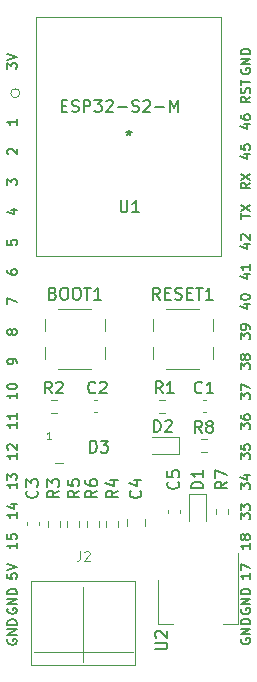
<source format=gbr>
%TF.GenerationSoftware,KiCad,Pcbnew,6.0.4*%
%TF.CreationDate,2022-04-14T12:40:58+02:00*%
%TF.ProjectId,esp32-s2-mini-1,65737033-322d-4733-922d-6d696e692d31,rev?*%
%TF.SameCoordinates,Original*%
%TF.FileFunction,Legend,Top*%
%TF.FilePolarity,Positive*%
%FSLAX46Y46*%
G04 Gerber Fmt 4.6, Leading zero omitted, Abs format (unit mm)*
G04 Created by KiCad (PCBNEW 6.0.4) date 2022-04-14 12:40:58*
%MOMM*%
%LPD*%
G01*
G04 APERTURE LIST*
%ADD10C,0.150000*%
%ADD11C,0.100000*%
%ADD12C,0.120000*%
%ADD13C,0.020000*%
G04 APERTURE END LIST*
D10*
X160636000Y-133959523D02*
X160597904Y-134035714D01*
X160597904Y-134150000D01*
X160636000Y-134264285D01*
X160712190Y-134340476D01*
X160788380Y-134378571D01*
X160940761Y-134416666D01*
X161055047Y-134416666D01*
X161207428Y-134378571D01*
X161283619Y-134340476D01*
X161359809Y-134264285D01*
X161397904Y-134150000D01*
X161397904Y-134073809D01*
X161359809Y-133959523D01*
X161321714Y-133921428D01*
X161055047Y-133921428D01*
X161055047Y-134073809D01*
X161397904Y-133578571D02*
X160597904Y-133578571D01*
X161397904Y-133121428D01*
X160597904Y-133121428D01*
X161397904Y-132740476D02*
X160597904Y-132740476D01*
X160597904Y-132550000D01*
X160636000Y-132435714D01*
X160712190Y-132359523D01*
X160788380Y-132321428D01*
X160940761Y-132283333D01*
X161055047Y-132283333D01*
X161207428Y-132321428D01*
X161283619Y-132359523D01*
X161359809Y-132435714D01*
X161397904Y-132550000D01*
X161397904Y-132740476D01*
X160597904Y-121297619D02*
X160597904Y-120802380D01*
X160902666Y-121069047D01*
X160902666Y-120954761D01*
X160940761Y-120878571D01*
X160978857Y-120840476D01*
X161055047Y-120802380D01*
X161245523Y-120802380D01*
X161321714Y-120840476D01*
X161359809Y-120878571D01*
X161397904Y-120954761D01*
X161397904Y-121183333D01*
X161359809Y-121259523D01*
X161321714Y-121297619D01*
X160864571Y-120116666D02*
X161397904Y-120116666D01*
X160559809Y-120307142D02*
X161131238Y-120497619D01*
X161131238Y-120002380D01*
X140861904Y-100209523D02*
X140861904Y-100590476D01*
X141242857Y-100628571D01*
X141204761Y-100590476D01*
X141166666Y-100514285D01*
X141166666Y-100323809D01*
X141204761Y-100247619D01*
X141242857Y-100209523D01*
X141319047Y-100171428D01*
X141509523Y-100171428D01*
X141585714Y-100209523D01*
X141623809Y-100247619D01*
X141661904Y-100323809D01*
X141661904Y-100514285D01*
X141623809Y-100590476D01*
X141585714Y-100628571D01*
X160597904Y-116217619D02*
X160597904Y-115722380D01*
X160902666Y-115989047D01*
X160902666Y-115874761D01*
X160940761Y-115798571D01*
X160978857Y-115760476D01*
X161055047Y-115722380D01*
X161245523Y-115722380D01*
X161321714Y-115760476D01*
X161359809Y-115798571D01*
X161397904Y-115874761D01*
X161397904Y-116103333D01*
X161359809Y-116179523D01*
X161321714Y-116217619D01*
X160597904Y-115036666D02*
X160597904Y-115189047D01*
X160636000Y-115265238D01*
X160674095Y-115303333D01*
X160788380Y-115379523D01*
X160940761Y-115417619D01*
X161245523Y-115417619D01*
X161321714Y-115379523D01*
X161359809Y-115341428D01*
X161397904Y-115265238D01*
X161397904Y-115112857D01*
X161359809Y-115036666D01*
X161321714Y-114998571D01*
X161245523Y-114960476D01*
X161055047Y-114960476D01*
X160978857Y-114998571D01*
X160940761Y-115036666D01*
X160902666Y-115112857D01*
X160902666Y-115265238D01*
X160940761Y-115341428D01*
X160978857Y-115379523D01*
X161055047Y-115417619D01*
X141204761Y-108076190D02*
X141166666Y-108152380D01*
X141128571Y-108190476D01*
X141052380Y-108228571D01*
X141014285Y-108228571D01*
X140938095Y-108190476D01*
X140900000Y-108152380D01*
X140861904Y-108076190D01*
X140861904Y-107923809D01*
X140900000Y-107847619D01*
X140938095Y-107809523D01*
X141014285Y-107771428D01*
X141052380Y-107771428D01*
X141128571Y-107809523D01*
X141166666Y-107847619D01*
X141204761Y-107923809D01*
X141204761Y-108076190D01*
X141242857Y-108152380D01*
X141280952Y-108190476D01*
X141357142Y-108228571D01*
X141509523Y-108228571D01*
X141585714Y-108190476D01*
X141623809Y-108152380D01*
X141661904Y-108076190D01*
X141661904Y-107923809D01*
X141623809Y-107847619D01*
X141585714Y-107809523D01*
X141509523Y-107771428D01*
X141357142Y-107771428D01*
X141280952Y-107809523D01*
X141242857Y-107847619D01*
X141204761Y-107923809D01*
X161397904Y-88068095D02*
X161016952Y-88334761D01*
X161397904Y-88525238D02*
X160597904Y-88525238D01*
X160597904Y-88220476D01*
X160636000Y-88144285D01*
X160674095Y-88106190D01*
X160750285Y-88068095D01*
X160864571Y-88068095D01*
X160940761Y-88106190D01*
X160978857Y-88144285D01*
X161016952Y-88220476D01*
X161016952Y-88525238D01*
X161359809Y-87763333D02*
X161397904Y-87649047D01*
X161397904Y-87458571D01*
X161359809Y-87382380D01*
X161321714Y-87344285D01*
X161245523Y-87306190D01*
X161169333Y-87306190D01*
X161093142Y-87344285D01*
X161055047Y-87382380D01*
X161016952Y-87458571D01*
X160978857Y-87610952D01*
X160940761Y-87687142D01*
X160902666Y-87725238D01*
X160826476Y-87763333D01*
X160750285Y-87763333D01*
X160674095Y-87725238D01*
X160636000Y-87687142D01*
X160597904Y-87610952D01*
X160597904Y-87420476D01*
X160636000Y-87306190D01*
X160597904Y-87077619D02*
X160597904Y-86620476D01*
X161397904Y-86849047D02*
X160597904Y-86849047D01*
X160864571Y-100558571D02*
X161397904Y-100558571D01*
X160559809Y-100749047D02*
X161131238Y-100939523D01*
X161131238Y-100444285D01*
X160674095Y-100177619D02*
X160636000Y-100139523D01*
X160597904Y-100063333D01*
X160597904Y-99872857D01*
X160636000Y-99796666D01*
X160674095Y-99758571D01*
X160750285Y-99720476D01*
X160826476Y-99720476D01*
X160940761Y-99758571D01*
X161397904Y-100215714D01*
X161397904Y-99720476D01*
X160597904Y-113677619D02*
X160597904Y-113182380D01*
X160902666Y-113449047D01*
X160902666Y-113334761D01*
X160940761Y-113258571D01*
X160978857Y-113220476D01*
X161055047Y-113182380D01*
X161245523Y-113182380D01*
X161321714Y-113220476D01*
X161359809Y-113258571D01*
X161397904Y-113334761D01*
X161397904Y-113563333D01*
X161359809Y-113639523D01*
X161321714Y-113677619D01*
X160597904Y-112915714D02*
X160597904Y-112382380D01*
X161397904Y-112725238D01*
X140861904Y-85699523D02*
X140861904Y-85204285D01*
X141166666Y-85470952D01*
X141166666Y-85356666D01*
X141204761Y-85280476D01*
X141242857Y-85242380D01*
X141319047Y-85204285D01*
X141509523Y-85204285D01*
X141585714Y-85242380D01*
X141623809Y-85280476D01*
X141661904Y-85356666D01*
X141661904Y-85585238D01*
X141623809Y-85661428D01*
X141585714Y-85699523D01*
X140861904Y-84975714D02*
X141661904Y-84709047D01*
X140861904Y-84442380D01*
X141661904Y-118252380D02*
X141661904Y-118709523D01*
X141661904Y-118480952D02*
X140861904Y-118480952D01*
X140976190Y-118557142D01*
X141052380Y-118633333D01*
X141090476Y-118709523D01*
X140938095Y-117947619D02*
X140900000Y-117909523D01*
X140861904Y-117833333D01*
X140861904Y-117642857D01*
X140900000Y-117566666D01*
X140938095Y-117528571D01*
X141014285Y-117490476D01*
X141090476Y-117490476D01*
X141204761Y-117528571D01*
X141661904Y-117985714D01*
X141661904Y-117490476D01*
X140938095Y-92928571D02*
X140900000Y-92890476D01*
X140861904Y-92814285D01*
X140861904Y-92623809D01*
X140900000Y-92547619D01*
X140938095Y-92509523D01*
X141014285Y-92471428D01*
X141090476Y-92471428D01*
X141204761Y-92509523D01*
X141661904Y-92966666D01*
X141661904Y-92471428D01*
X160597904Y-123837619D02*
X160597904Y-123342380D01*
X160902666Y-123609047D01*
X160902666Y-123494761D01*
X160940761Y-123418571D01*
X160978857Y-123380476D01*
X161055047Y-123342380D01*
X161245523Y-123342380D01*
X161321714Y-123380476D01*
X161359809Y-123418571D01*
X161397904Y-123494761D01*
X161397904Y-123723333D01*
X161359809Y-123799523D01*
X161321714Y-123837619D01*
X160597904Y-123075714D02*
X160597904Y-122580476D01*
X160902666Y-122847142D01*
X160902666Y-122732857D01*
X160940761Y-122656666D01*
X160978857Y-122618571D01*
X161055047Y-122580476D01*
X161245523Y-122580476D01*
X161321714Y-122618571D01*
X161359809Y-122656666D01*
X161397904Y-122732857D01*
X161397904Y-122961428D01*
X161359809Y-123037619D01*
X161321714Y-123075714D01*
X161397904Y-95383333D02*
X161016952Y-95650000D01*
X161397904Y-95840476D02*
X160597904Y-95840476D01*
X160597904Y-95535714D01*
X160636000Y-95459523D01*
X160674095Y-95421428D01*
X160750285Y-95383333D01*
X160864571Y-95383333D01*
X160940761Y-95421428D01*
X160978857Y-95459523D01*
X161016952Y-95535714D01*
X161016952Y-95840476D01*
X160597904Y-95116666D02*
X161397904Y-94583333D01*
X160597904Y-94583333D02*
X161397904Y-95116666D01*
X140861904Y-95566666D02*
X140861904Y-95071428D01*
X141166666Y-95338095D01*
X141166666Y-95223809D01*
X141204761Y-95147619D01*
X141242857Y-95109523D01*
X141319047Y-95071428D01*
X141509523Y-95071428D01*
X141585714Y-95109523D01*
X141623809Y-95147619D01*
X141661904Y-95223809D01*
X141661904Y-95452380D01*
X141623809Y-95528571D01*
X141585714Y-95566666D01*
X140861904Y-105666666D02*
X140861904Y-105133333D01*
X141661904Y-105476190D01*
X160636000Y-85699523D02*
X160597904Y-85775714D01*
X160597904Y-85890000D01*
X160636000Y-86004285D01*
X160712190Y-86080476D01*
X160788380Y-86118571D01*
X160940761Y-86156666D01*
X161055047Y-86156666D01*
X161207428Y-86118571D01*
X161283619Y-86080476D01*
X161359809Y-86004285D01*
X161397904Y-85890000D01*
X161397904Y-85813809D01*
X161359809Y-85699523D01*
X161321714Y-85661428D01*
X161055047Y-85661428D01*
X161055047Y-85813809D01*
X161397904Y-85318571D02*
X160597904Y-85318571D01*
X161397904Y-84861428D01*
X160597904Y-84861428D01*
X161397904Y-84480476D02*
X160597904Y-84480476D01*
X160597904Y-84290000D01*
X160636000Y-84175714D01*
X160712190Y-84099523D01*
X160788380Y-84061428D01*
X160940761Y-84023333D01*
X161055047Y-84023333D01*
X161207428Y-84061428D01*
X161283619Y-84099523D01*
X161359809Y-84175714D01*
X161397904Y-84290000D01*
X161397904Y-84480476D01*
X161397904Y-128422380D02*
X161397904Y-128879523D01*
X161397904Y-128650952D02*
X160597904Y-128650952D01*
X160712190Y-128727142D01*
X160788380Y-128803333D01*
X160826476Y-128879523D01*
X160597904Y-128155714D02*
X160597904Y-127622380D01*
X161397904Y-127965238D01*
X140900000Y-131409523D02*
X140861904Y-131485714D01*
X140861904Y-131600000D01*
X140900000Y-131714285D01*
X140976190Y-131790476D01*
X141052380Y-131828571D01*
X141204761Y-131866666D01*
X141319047Y-131866666D01*
X141471428Y-131828571D01*
X141547619Y-131790476D01*
X141623809Y-131714285D01*
X141661904Y-131600000D01*
X141661904Y-131523809D01*
X141623809Y-131409523D01*
X141585714Y-131371428D01*
X141319047Y-131371428D01*
X141319047Y-131523809D01*
X141661904Y-131028571D02*
X140861904Y-131028571D01*
X141661904Y-130571428D01*
X140861904Y-130571428D01*
X141661904Y-130190476D02*
X140861904Y-130190476D01*
X140861904Y-130000000D01*
X140900000Y-129885714D01*
X140976190Y-129809523D01*
X141052380Y-129771428D01*
X141204761Y-129733333D01*
X141319047Y-129733333D01*
X141471428Y-129771428D01*
X141547619Y-129809523D01*
X141623809Y-129885714D01*
X141661904Y-130000000D01*
X141661904Y-130190476D01*
X141661904Y-89971428D02*
X141661904Y-90428571D01*
X141661904Y-90200000D02*
X140861904Y-90200000D01*
X140976190Y-90276190D01*
X141052380Y-90352380D01*
X141090476Y-90428571D01*
X140861904Y-102747619D02*
X140861904Y-102900000D01*
X140900000Y-102976190D01*
X140938095Y-103014285D01*
X141052380Y-103090476D01*
X141204761Y-103128571D01*
X141509523Y-103128571D01*
X141585714Y-103090476D01*
X141623809Y-103052380D01*
X141661904Y-102976190D01*
X141661904Y-102823809D01*
X141623809Y-102747619D01*
X141585714Y-102709523D01*
X141509523Y-102671428D01*
X141319047Y-102671428D01*
X141242857Y-102709523D01*
X141204761Y-102747619D01*
X141166666Y-102823809D01*
X141166666Y-102976190D01*
X141204761Y-103052380D01*
X141242857Y-103090476D01*
X141319047Y-103128571D01*
X160597904Y-111137619D02*
X160597904Y-110642380D01*
X160902666Y-110909047D01*
X160902666Y-110794761D01*
X160940761Y-110718571D01*
X160978857Y-110680476D01*
X161055047Y-110642380D01*
X161245523Y-110642380D01*
X161321714Y-110680476D01*
X161359809Y-110718571D01*
X161397904Y-110794761D01*
X161397904Y-111023333D01*
X161359809Y-111099523D01*
X161321714Y-111137619D01*
X160940761Y-110185238D02*
X160902666Y-110261428D01*
X160864571Y-110299523D01*
X160788380Y-110337619D01*
X160750285Y-110337619D01*
X160674095Y-110299523D01*
X160636000Y-110261428D01*
X160597904Y-110185238D01*
X160597904Y-110032857D01*
X160636000Y-109956666D01*
X160674095Y-109918571D01*
X160750285Y-109880476D01*
X160788380Y-109880476D01*
X160864571Y-109918571D01*
X160902666Y-109956666D01*
X160940761Y-110032857D01*
X160940761Y-110185238D01*
X160978857Y-110261428D01*
X161016952Y-110299523D01*
X161093142Y-110337619D01*
X161245523Y-110337619D01*
X161321714Y-110299523D01*
X161359809Y-110261428D01*
X161397904Y-110185238D01*
X161397904Y-110032857D01*
X161359809Y-109956666D01*
X161321714Y-109918571D01*
X161245523Y-109880476D01*
X161093142Y-109880476D01*
X161016952Y-109918571D01*
X160978857Y-109956666D01*
X160940761Y-110032857D01*
X160636000Y-131419523D02*
X160597904Y-131495714D01*
X160597904Y-131610000D01*
X160636000Y-131724285D01*
X160712190Y-131800476D01*
X160788380Y-131838571D01*
X160940761Y-131876666D01*
X161055047Y-131876666D01*
X161207428Y-131838571D01*
X161283619Y-131800476D01*
X161359809Y-131724285D01*
X161397904Y-131610000D01*
X161397904Y-131533809D01*
X161359809Y-131419523D01*
X161321714Y-131381428D01*
X161055047Y-131381428D01*
X161055047Y-131533809D01*
X161397904Y-131038571D02*
X160597904Y-131038571D01*
X161397904Y-130581428D01*
X160597904Y-130581428D01*
X161397904Y-130200476D02*
X160597904Y-130200476D01*
X160597904Y-130010000D01*
X160636000Y-129895714D01*
X160712190Y-129819523D01*
X160788380Y-129781428D01*
X160940761Y-129743333D01*
X161055047Y-129743333D01*
X161207428Y-129781428D01*
X161283619Y-129819523D01*
X161359809Y-129895714D01*
X161397904Y-130010000D01*
X161397904Y-130200476D01*
X141661904Y-120752380D02*
X141661904Y-121209523D01*
X141661904Y-120980952D02*
X140861904Y-120980952D01*
X140976190Y-121057142D01*
X141052380Y-121133333D01*
X141090476Y-121209523D01*
X140861904Y-120485714D02*
X140861904Y-119990476D01*
X141166666Y-120257142D01*
X141166666Y-120142857D01*
X141204761Y-120066666D01*
X141242857Y-120028571D01*
X141319047Y-119990476D01*
X141509523Y-119990476D01*
X141585714Y-120028571D01*
X141623809Y-120066666D01*
X141661904Y-120142857D01*
X141661904Y-120371428D01*
X141623809Y-120447619D01*
X141585714Y-120485714D01*
X141661904Y-110652380D02*
X141661904Y-110500000D01*
X141623809Y-110423809D01*
X141585714Y-110385714D01*
X141471428Y-110309523D01*
X141319047Y-110271428D01*
X141014285Y-110271428D01*
X140938095Y-110309523D01*
X140900000Y-110347619D01*
X140861904Y-110423809D01*
X140861904Y-110576190D01*
X140900000Y-110652380D01*
X140938095Y-110690476D01*
X141014285Y-110728571D01*
X141204761Y-110728571D01*
X141280952Y-110690476D01*
X141319047Y-110652380D01*
X141357142Y-110576190D01*
X141357142Y-110423809D01*
X141319047Y-110347619D01*
X141280952Y-110309523D01*
X141204761Y-110271428D01*
X141657481Y-125852380D02*
X141657481Y-126309523D01*
X141657481Y-126080952D02*
X140857481Y-126080952D01*
X140971767Y-126157142D01*
X141047957Y-126233333D01*
X141086053Y-126309523D01*
X140857481Y-125128571D02*
X140857481Y-125509523D01*
X141238434Y-125547619D01*
X141200338Y-125509523D01*
X141162243Y-125433333D01*
X141162243Y-125242857D01*
X141200338Y-125166666D01*
X141238434Y-125128571D01*
X141314624Y-125090476D01*
X141505100Y-125090476D01*
X141581291Y-125128571D01*
X141619386Y-125166666D01*
X141657481Y-125242857D01*
X141657481Y-125433333D01*
X141619386Y-125509523D01*
X141581291Y-125547619D01*
X160864571Y-92938571D02*
X161397904Y-92938571D01*
X160559809Y-93129047D02*
X161131238Y-93319523D01*
X161131238Y-92824285D01*
X160597904Y-92138571D02*
X160597904Y-92519523D01*
X160978857Y-92557619D01*
X160940761Y-92519523D01*
X160902666Y-92443333D01*
X160902666Y-92252857D01*
X160940761Y-92176666D01*
X160978857Y-92138571D01*
X161055047Y-92100476D01*
X161245523Y-92100476D01*
X161321714Y-92138571D01*
X161359809Y-92176666D01*
X161397904Y-92252857D01*
X161397904Y-92443333D01*
X161359809Y-92519523D01*
X161321714Y-92557619D01*
X160864571Y-103098571D02*
X161397904Y-103098571D01*
X160559809Y-103289047D02*
X161131238Y-103479523D01*
X161131238Y-102984285D01*
X161397904Y-102260476D02*
X161397904Y-102717619D01*
X161397904Y-102489047D02*
X160597904Y-102489047D01*
X160712190Y-102565238D01*
X160788380Y-102641428D01*
X160826476Y-102717619D01*
X140900000Y-134009523D02*
X140861904Y-134085714D01*
X140861904Y-134200000D01*
X140900000Y-134314285D01*
X140976190Y-134390476D01*
X141052380Y-134428571D01*
X141204761Y-134466666D01*
X141319047Y-134466666D01*
X141471428Y-134428571D01*
X141547619Y-134390476D01*
X141623809Y-134314285D01*
X141661904Y-134200000D01*
X141661904Y-134123809D01*
X141623809Y-134009523D01*
X141585714Y-133971428D01*
X141319047Y-133971428D01*
X141319047Y-134123809D01*
X141661904Y-133628571D02*
X140861904Y-133628571D01*
X141661904Y-133171428D01*
X140861904Y-133171428D01*
X141661904Y-132790476D02*
X140861904Y-132790476D01*
X140861904Y-132600000D01*
X140900000Y-132485714D01*
X140976190Y-132409523D01*
X141052380Y-132371428D01*
X141204761Y-132333333D01*
X141319047Y-132333333D01*
X141471428Y-132371428D01*
X141547619Y-132409523D01*
X141623809Y-132485714D01*
X141661904Y-132600000D01*
X141661904Y-132790476D01*
X160864571Y-105638571D02*
X161397904Y-105638571D01*
X160559809Y-105829047D02*
X161131238Y-106019523D01*
X161131238Y-105524285D01*
X160597904Y-105067142D02*
X160597904Y-104990952D01*
X160636000Y-104914761D01*
X160674095Y-104876666D01*
X160750285Y-104838571D01*
X160902666Y-104800476D01*
X161093142Y-104800476D01*
X161245523Y-104838571D01*
X161321714Y-104876666D01*
X161359809Y-104914761D01*
X161397904Y-104990952D01*
X161397904Y-105067142D01*
X161359809Y-105143333D01*
X161321714Y-105181428D01*
X161245523Y-105219523D01*
X161093142Y-105257619D01*
X160902666Y-105257619D01*
X160750285Y-105219523D01*
X160674095Y-105181428D01*
X160636000Y-105143333D01*
X160597904Y-105067142D01*
X140861904Y-128452380D02*
X140861904Y-128833333D01*
X141242857Y-128871428D01*
X141204761Y-128833333D01*
X141166666Y-128757142D01*
X141166666Y-128566666D01*
X141204761Y-128490476D01*
X141242857Y-128452380D01*
X141319047Y-128414285D01*
X141509523Y-128414285D01*
X141585714Y-128452380D01*
X141623809Y-128490476D01*
X141661904Y-128566666D01*
X141661904Y-128757142D01*
X141623809Y-128833333D01*
X141585714Y-128871428D01*
X140861904Y-128185714D02*
X141661904Y-127919047D01*
X140861904Y-127652380D01*
X160597904Y-98399523D02*
X160597904Y-97942380D01*
X161397904Y-98170952D02*
X160597904Y-98170952D01*
X160597904Y-97751904D02*
X161397904Y-97218571D01*
X160597904Y-97218571D02*
X161397904Y-97751904D01*
X160597904Y-108597619D02*
X160597904Y-108102380D01*
X160902666Y-108369047D01*
X160902666Y-108254761D01*
X160940761Y-108178571D01*
X160978857Y-108140476D01*
X161055047Y-108102380D01*
X161245523Y-108102380D01*
X161321714Y-108140476D01*
X161359809Y-108178571D01*
X161397904Y-108254761D01*
X161397904Y-108483333D01*
X161359809Y-108559523D01*
X161321714Y-108597619D01*
X161397904Y-107721428D02*
X161397904Y-107569047D01*
X161359809Y-107492857D01*
X161321714Y-107454761D01*
X161207428Y-107378571D01*
X161055047Y-107340476D01*
X160750285Y-107340476D01*
X160674095Y-107378571D01*
X160636000Y-107416666D01*
X160597904Y-107492857D01*
X160597904Y-107645238D01*
X160636000Y-107721428D01*
X160674095Y-107759523D01*
X160750285Y-107797619D01*
X160940761Y-107797619D01*
X161016952Y-107759523D01*
X161055047Y-107721428D01*
X161093142Y-107645238D01*
X161093142Y-107492857D01*
X161055047Y-107416666D01*
X161016952Y-107378571D01*
X160940761Y-107340476D01*
X141661904Y-115652380D02*
X141661904Y-116109523D01*
X141661904Y-115880952D02*
X140861904Y-115880952D01*
X140976190Y-115957142D01*
X141052380Y-116033333D01*
X141090476Y-116109523D01*
X141661904Y-114890476D02*
X141661904Y-115347619D01*
X141661904Y-115119047D02*
X140861904Y-115119047D01*
X140976190Y-115195238D01*
X141052380Y-115271428D01*
X141090476Y-115347619D01*
X161397904Y-125882380D02*
X161397904Y-126339523D01*
X161397904Y-126110952D02*
X160597904Y-126110952D01*
X160712190Y-126187142D01*
X160788380Y-126263333D01*
X160826476Y-126339523D01*
X160940761Y-125425238D02*
X160902666Y-125501428D01*
X160864571Y-125539523D01*
X160788380Y-125577619D01*
X160750285Y-125577619D01*
X160674095Y-125539523D01*
X160636000Y-125501428D01*
X160597904Y-125425238D01*
X160597904Y-125272857D01*
X160636000Y-125196666D01*
X160674095Y-125158571D01*
X160750285Y-125120476D01*
X160788380Y-125120476D01*
X160864571Y-125158571D01*
X160902666Y-125196666D01*
X160940761Y-125272857D01*
X160940761Y-125425238D01*
X160978857Y-125501428D01*
X161016952Y-125539523D01*
X161093142Y-125577619D01*
X161245523Y-125577619D01*
X161321714Y-125539523D01*
X161359809Y-125501428D01*
X161397904Y-125425238D01*
X161397904Y-125272857D01*
X161359809Y-125196666D01*
X161321714Y-125158571D01*
X161245523Y-125120476D01*
X161093142Y-125120476D01*
X161016952Y-125158571D01*
X160978857Y-125196666D01*
X160940761Y-125272857D01*
X141661904Y-123252380D02*
X141661904Y-123709523D01*
X141661904Y-123480952D02*
X140861904Y-123480952D01*
X140976190Y-123557142D01*
X141052380Y-123633333D01*
X141090476Y-123709523D01*
X141128571Y-122566666D02*
X141661904Y-122566666D01*
X140823809Y-122757142D02*
X141395238Y-122947619D01*
X141395238Y-122452380D01*
X160864571Y-90398571D02*
X161397904Y-90398571D01*
X160559809Y-90589047D02*
X161131238Y-90779523D01*
X161131238Y-90284285D01*
X160597904Y-89636666D02*
X160597904Y-89789047D01*
X160636000Y-89865238D01*
X160674095Y-89903333D01*
X160788380Y-89979523D01*
X160940761Y-90017619D01*
X161245523Y-90017619D01*
X161321714Y-89979523D01*
X161359809Y-89941428D01*
X161397904Y-89865238D01*
X161397904Y-89712857D01*
X161359809Y-89636666D01*
X161321714Y-89598571D01*
X161245523Y-89560476D01*
X161055047Y-89560476D01*
X160978857Y-89598571D01*
X160940761Y-89636666D01*
X160902666Y-89712857D01*
X160902666Y-89865238D01*
X160940761Y-89941428D01*
X160978857Y-89979523D01*
X161055047Y-90017619D01*
X160597904Y-118757619D02*
X160597904Y-118262380D01*
X160902666Y-118529047D01*
X160902666Y-118414761D01*
X160940761Y-118338571D01*
X160978857Y-118300476D01*
X161055047Y-118262380D01*
X161245523Y-118262380D01*
X161321714Y-118300476D01*
X161359809Y-118338571D01*
X161397904Y-118414761D01*
X161397904Y-118643333D01*
X161359809Y-118719523D01*
X161321714Y-118757619D01*
X160597904Y-117538571D02*
X160597904Y-117919523D01*
X160978857Y-117957619D01*
X160940761Y-117919523D01*
X160902666Y-117843333D01*
X160902666Y-117652857D01*
X160940761Y-117576666D01*
X160978857Y-117538571D01*
X161055047Y-117500476D01*
X161245523Y-117500476D01*
X161321714Y-117538571D01*
X161359809Y-117576666D01*
X161397904Y-117652857D01*
X161397904Y-117843333D01*
X161359809Y-117919523D01*
X161321714Y-117957619D01*
X141128571Y-97647619D02*
X141661904Y-97647619D01*
X140823809Y-97838095D02*
X141395238Y-98028571D01*
X141395238Y-97533333D01*
X141661904Y-113152380D02*
X141661904Y-113609523D01*
X141661904Y-113380952D02*
X140861904Y-113380952D01*
X140976190Y-113457142D01*
X141052380Y-113533333D01*
X141090476Y-113609523D01*
X140861904Y-112657142D02*
X140861904Y-112580952D01*
X140900000Y-112504761D01*
X140938095Y-112466666D01*
X141014285Y-112428571D01*
X141166666Y-112390476D01*
X141357142Y-112390476D01*
X141509523Y-112428571D01*
X141585714Y-112466666D01*
X141623809Y-112504761D01*
X141661904Y-112580952D01*
X141661904Y-112657142D01*
X141623809Y-112733333D01*
X141585714Y-112771428D01*
X141509523Y-112809523D01*
X141357142Y-112847619D01*
X141166666Y-112847619D01*
X141014285Y-112809523D01*
X140938095Y-112771428D01*
X140900000Y-112733333D01*
X140861904Y-112657142D01*
%TO.C,U2*%
X153376380Y-134873904D02*
X154185904Y-134873904D01*
X154281142Y-134826285D01*
X154328761Y-134778666D01*
X154376380Y-134683428D01*
X154376380Y-134492952D01*
X154328761Y-134397714D01*
X154281142Y-134350095D01*
X154185904Y-134302476D01*
X153376380Y-134302476D01*
X153471619Y-133873904D02*
X153424000Y-133826285D01*
X153376380Y-133731047D01*
X153376380Y-133492952D01*
X153424000Y-133397714D01*
X153471619Y-133350095D01*
X153566857Y-133302476D01*
X153662095Y-133302476D01*
X153804952Y-133350095D01*
X154376380Y-133921523D01*
X154376380Y-133302476D01*
%TO.C,R1*%
X153994591Y-113178380D02*
X153661258Y-112702190D01*
X153423162Y-113178380D02*
X153423162Y-112178380D01*
X153804115Y-112178380D01*
X153899353Y-112226000D01*
X153946972Y-112273619D01*
X153994591Y-112368857D01*
X153994591Y-112511714D01*
X153946972Y-112606952D01*
X153899353Y-112654571D01*
X153804115Y-112702190D01*
X153423162Y-112702190D01*
X154946972Y-113178380D02*
X154375543Y-113178380D01*
X154661258Y-113178380D02*
X154661258Y-112178380D01*
X154566019Y-112321238D01*
X154470781Y-112416476D01*
X154375543Y-112464095D01*
%TO.C,R4*%
X150202380Y-121416666D02*
X149726190Y-121750000D01*
X150202380Y-121988095D02*
X149202380Y-121988095D01*
X149202380Y-121607142D01*
X149250000Y-121511904D01*
X149297619Y-121464285D01*
X149392857Y-121416666D01*
X149535714Y-121416666D01*
X149630952Y-121464285D01*
X149678571Y-121511904D01*
X149726190Y-121607142D01*
X149726190Y-121988095D01*
X149535714Y-120559523D02*
X150202380Y-120559523D01*
X149154761Y-120797619D02*
X149869047Y-121035714D01*
X149869047Y-120416666D01*
%TO.C,R3*%
X145232380Y-121416666D02*
X144756190Y-121750000D01*
X145232380Y-121988095D02*
X144232380Y-121988095D01*
X144232380Y-121607142D01*
X144280000Y-121511904D01*
X144327619Y-121464285D01*
X144422857Y-121416666D01*
X144565714Y-121416666D01*
X144660952Y-121464285D01*
X144708571Y-121511904D01*
X144756190Y-121607142D01*
X144756190Y-121988095D01*
X144232380Y-121083333D02*
X144232380Y-120464285D01*
X144613333Y-120797619D01*
X144613333Y-120654761D01*
X144660952Y-120559523D01*
X144708571Y-120511904D01*
X144803809Y-120464285D01*
X145041904Y-120464285D01*
X145137142Y-120511904D01*
X145184761Y-120559523D01*
X145232380Y-120654761D01*
X145232380Y-120940476D01*
X145184761Y-121035714D01*
X145137142Y-121083333D01*
%TO.C,C5*%
X155297142Y-120666666D02*
X155344761Y-120714285D01*
X155392380Y-120857142D01*
X155392380Y-120952380D01*
X155344761Y-121095238D01*
X155249523Y-121190476D01*
X155154285Y-121238095D01*
X154963809Y-121285714D01*
X154820952Y-121285714D01*
X154630476Y-121238095D01*
X154535238Y-121190476D01*
X154440000Y-121095238D01*
X154392380Y-120952380D01*
X154392380Y-120857142D01*
X154440000Y-120714285D01*
X154487619Y-120666666D01*
X154392380Y-119761904D02*
X154392380Y-120238095D01*
X154868571Y-120285714D01*
X154820952Y-120238095D01*
X154773333Y-120142857D01*
X154773333Y-119904761D01*
X154820952Y-119809523D01*
X154868571Y-119761904D01*
X154963809Y-119714285D01*
X155201904Y-119714285D01*
X155297142Y-119761904D01*
X155344761Y-119809523D01*
X155392380Y-119904761D01*
X155392380Y-120142857D01*
X155344761Y-120238095D01*
X155297142Y-120285714D01*
%TO.C,R2*%
X144613333Y-113202380D02*
X144280000Y-112726190D01*
X144041904Y-113202380D02*
X144041904Y-112202380D01*
X144422857Y-112202380D01*
X144518095Y-112250000D01*
X144565714Y-112297619D01*
X144613333Y-112392857D01*
X144613333Y-112535714D01*
X144565714Y-112630952D01*
X144518095Y-112678571D01*
X144422857Y-112726190D01*
X144041904Y-112726190D01*
X144994285Y-112297619D02*
X145041904Y-112250000D01*
X145137142Y-112202380D01*
X145375238Y-112202380D01*
X145470476Y-112250000D01*
X145518095Y-112297619D01*
X145565714Y-112392857D01*
X145565714Y-112488095D01*
X145518095Y-112630952D01*
X144946666Y-113202380D01*
X145565714Y-113202380D01*
%TO.C,C4*%
X152107142Y-121416666D02*
X152154761Y-121464285D01*
X152202380Y-121607142D01*
X152202380Y-121702380D01*
X152154761Y-121845238D01*
X152059523Y-121940476D01*
X151964285Y-121988095D01*
X151773809Y-122035714D01*
X151630952Y-122035714D01*
X151440476Y-121988095D01*
X151345238Y-121940476D01*
X151250000Y-121845238D01*
X151202380Y-121702380D01*
X151202380Y-121607142D01*
X151250000Y-121464285D01*
X151297619Y-121416666D01*
X151535714Y-120559523D02*
X152202380Y-120559523D01*
X151154761Y-120797619D02*
X151869047Y-121035714D01*
X151869047Y-120416666D01*
%TO.C,R6*%
X148452380Y-121416666D02*
X147976190Y-121750000D01*
X148452380Y-121988095D02*
X147452380Y-121988095D01*
X147452380Y-121607142D01*
X147500000Y-121511904D01*
X147547619Y-121464285D01*
X147642857Y-121416666D01*
X147785714Y-121416666D01*
X147880952Y-121464285D01*
X147928571Y-121511904D01*
X147976190Y-121607142D01*
X147976190Y-121988095D01*
X147452380Y-120559523D02*
X147452380Y-120750000D01*
X147500000Y-120845238D01*
X147547619Y-120892857D01*
X147690476Y-120988095D01*
X147880952Y-121035714D01*
X148261904Y-121035714D01*
X148357142Y-120988095D01*
X148404761Y-120940476D01*
X148452380Y-120845238D01*
X148452380Y-120654761D01*
X148404761Y-120559523D01*
X148357142Y-120511904D01*
X148261904Y-120464285D01*
X148023809Y-120464285D01*
X147928571Y-120511904D01*
X147880952Y-120559523D01*
X147833333Y-120654761D01*
X147833333Y-120845238D01*
X147880952Y-120940476D01*
X147928571Y-120988095D01*
X148023809Y-121035714D01*
%TO.C,C2*%
X148309913Y-113107142D02*
X148262294Y-113154761D01*
X148119437Y-113202380D01*
X148024199Y-113202380D01*
X147881341Y-113154761D01*
X147786103Y-113059523D01*
X147738484Y-112964285D01*
X147690865Y-112773809D01*
X147690865Y-112630952D01*
X147738484Y-112440476D01*
X147786103Y-112345238D01*
X147881341Y-112250000D01*
X148024199Y-112202380D01*
X148119437Y-112202380D01*
X148262294Y-112250000D01*
X148309913Y-112297619D01*
X148690865Y-112297619D02*
X148738484Y-112250000D01*
X148833722Y-112202380D01*
X149071818Y-112202380D01*
X149167056Y-112250000D01*
X149214675Y-112297619D01*
X149262294Y-112392857D01*
X149262294Y-112488095D01*
X149214675Y-112630952D01*
X148643246Y-113202380D01*
X149262294Y-113202380D01*
%TO.C,BOOT1*%
X144724666Y-104728571D02*
X144867523Y-104776190D01*
X144915142Y-104823809D01*
X144962761Y-104919047D01*
X144962761Y-105061904D01*
X144915142Y-105157142D01*
X144867523Y-105204761D01*
X144772285Y-105252380D01*
X144391333Y-105252380D01*
X144391333Y-104252380D01*
X144724666Y-104252380D01*
X144819904Y-104300000D01*
X144867523Y-104347619D01*
X144915142Y-104442857D01*
X144915142Y-104538095D01*
X144867523Y-104633333D01*
X144819904Y-104680952D01*
X144724666Y-104728571D01*
X144391333Y-104728571D01*
X145581809Y-104252380D02*
X145772285Y-104252380D01*
X145867523Y-104300000D01*
X145962761Y-104395238D01*
X146010380Y-104585714D01*
X146010380Y-104919047D01*
X145962761Y-105109523D01*
X145867523Y-105204761D01*
X145772285Y-105252380D01*
X145581809Y-105252380D01*
X145486571Y-105204761D01*
X145391333Y-105109523D01*
X145343714Y-104919047D01*
X145343714Y-104585714D01*
X145391333Y-104395238D01*
X145486571Y-104300000D01*
X145581809Y-104252380D01*
X146629428Y-104252380D02*
X146819904Y-104252380D01*
X146915142Y-104300000D01*
X147010380Y-104395238D01*
X147058000Y-104585714D01*
X147058000Y-104919047D01*
X147010380Y-105109523D01*
X146915142Y-105204761D01*
X146819904Y-105252380D01*
X146629428Y-105252380D01*
X146534190Y-105204761D01*
X146438952Y-105109523D01*
X146391333Y-104919047D01*
X146391333Y-104585714D01*
X146438952Y-104395238D01*
X146534190Y-104300000D01*
X146629428Y-104252380D01*
X147343714Y-104252380D02*
X147915142Y-104252380D01*
X147629428Y-105252380D02*
X147629428Y-104252380D01*
X148772285Y-105252380D02*
X148200857Y-105252380D01*
X148486571Y-105252380D02*
X148486571Y-104252380D01*
X148391333Y-104395238D01*
X148296095Y-104490476D01*
X148200857Y-104538095D01*
%TO.C,D1*%
X157424380Y-121238095D02*
X156424380Y-121238095D01*
X156424380Y-121000000D01*
X156472000Y-120857142D01*
X156567238Y-120761904D01*
X156662476Y-120714285D01*
X156852952Y-120666666D01*
X156995809Y-120666666D01*
X157186285Y-120714285D01*
X157281523Y-120761904D01*
X157376761Y-120857142D01*
X157424380Y-121000000D01*
X157424380Y-121238095D01*
X157424380Y-119714285D02*
X157424380Y-120285714D01*
X157424380Y-120000000D02*
X156424380Y-120000000D01*
X156567238Y-120095238D01*
X156662476Y-120190476D01*
X156710095Y-120285714D01*
%TO.C,D2*%
X153261904Y-116452380D02*
X153261904Y-115452380D01*
X153500000Y-115452380D01*
X153642857Y-115500000D01*
X153738095Y-115595238D01*
X153785714Y-115690476D01*
X153833333Y-115880952D01*
X153833333Y-116023809D01*
X153785714Y-116214285D01*
X153738095Y-116309523D01*
X153642857Y-116404761D01*
X153500000Y-116452380D01*
X153261904Y-116452380D01*
X154214285Y-115547619D02*
X154261904Y-115500000D01*
X154357142Y-115452380D01*
X154595238Y-115452380D01*
X154690476Y-115500000D01*
X154738095Y-115547619D01*
X154785714Y-115642857D01*
X154785714Y-115738095D01*
X154738095Y-115880952D01*
X154166666Y-116452380D01*
X154785714Y-116452380D01*
D11*
%TO.C,J2*%
X147033333Y-126561904D02*
X147033333Y-127133333D01*
X146995238Y-127247619D01*
X146919047Y-127323809D01*
X146804761Y-127361904D01*
X146728571Y-127361904D01*
X147376190Y-126638095D02*
X147414285Y-126600000D01*
X147490476Y-126561904D01*
X147680952Y-126561904D01*
X147757142Y-126600000D01*
X147795238Y-126638095D01*
X147833333Y-126714285D01*
X147833333Y-126790476D01*
X147795238Y-126904761D01*
X147338095Y-127361904D01*
X147833333Y-127361904D01*
D10*
%TO.C,U1*%
X150438095Y-96852380D02*
X150438095Y-97661904D01*
X150485714Y-97757142D01*
X150533333Y-97804761D01*
X150628571Y-97852380D01*
X150819047Y-97852380D01*
X150914285Y-97804761D01*
X150961904Y-97757142D01*
X151009523Y-97661904D01*
X151009523Y-96852380D01*
X152009523Y-97852380D02*
X151438095Y-97852380D01*
X151723809Y-97852380D02*
X151723809Y-96852380D01*
X151628571Y-96995238D01*
X151533333Y-97090476D01*
X151438095Y-97138095D01*
X145463238Y-88828571D02*
X145796571Y-88828571D01*
X145939428Y-89352380D02*
X145463238Y-89352380D01*
X145463238Y-88352380D01*
X145939428Y-88352380D01*
X146320380Y-89304761D02*
X146463238Y-89352380D01*
X146701333Y-89352380D01*
X146796571Y-89304761D01*
X146844190Y-89257142D01*
X146891809Y-89161904D01*
X146891809Y-89066666D01*
X146844190Y-88971428D01*
X146796571Y-88923809D01*
X146701333Y-88876190D01*
X146510857Y-88828571D01*
X146415619Y-88780952D01*
X146368000Y-88733333D01*
X146320380Y-88638095D01*
X146320380Y-88542857D01*
X146368000Y-88447619D01*
X146415619Y-88400000D01*
X146510857Y-88352380D01*
X146748952Y-88352380D01*
X146891809Y-88400000D01*
X147320380Y-89352380D02*
X147320380Y-88352380D01*
X147701333Y-88352380D01*
X147796571Y-88400000D01*
X147844190Y-88447619D01*
X147891809Y-88542857D01*
X147891809Y-88685714D01*
X147844190Y-88780952D01*
X147796571Y-88828571D01*
X147701333Y-88876190D01*
X147320380Y-88876190D01*
X148225142Y-88352380D02*
X148844190Y-88352380D01*
X148510857Y-88733333D01*
X148653714Y-88733333D01*
X148748952Y-88780952D01*
X148796571Y-88828571D01*
X148844190Y-88923809D01*
X148844190Y-89161904D01*
X148796571Y-89257142D01*
X148748952Y-89304761D01*
X148653714Y-89352380D01*
X148368000Y-89352380D01*
X148272761Y-89304761D01*
X148225142Y-89257142D01*
X149225142Y-88447619D02*
X149272761Y-88400000D01*
X149368000Y-88352380D01*
X149606095Y-88352380D01*
X149701333Y-88400000D01*
X149748952Y-88447619D01*
X149796571Y-88542857D01*
X149796571Y-88638095D01*
X149748952Y-88780952D01*
X149177523Y-89352380D01*
X149796571Y-89352380D01*
X150225142Y-88971428D02*
X150987047Y-88971428D01*
X151415619Y-89304761D02*
X151558476Y-89352380D01*
X151796571Y-89352380D01*
X151891809Y-89304761D01*
X151939428Y-89257142D01*
X151987047Y-89161904D01*
X151987047Y-89066666D01*
X151939428Y-88971428D01*
X151891809Y-88923809D01*
X151796571Y-88876190D01*
X151606095Y-88828571D01*
X151510857Y-88780952D01*
X151463238Y-88733333D01*
X151415619Y-88638095D01*
X151415619Y-88542857D01*
X151463238Y-88447619D01*
X151510857Y-88400000D01*
X151606095Y-88352380D01*
X151844190Y-88352380D01*
X151987047Y-88400000D01*
X152368000Y-88447619D02*
X152415619Y-88400000D01*
X152510857Y-88352380D01*
X152748952Y-88352380D01*
X152844190Y-88400000D01*
X152891809Y-88447619D01*
X152939428Y-88542857D01*
X152939428Y-88638095D01*
X152891809Y-88780952D01*
X152320380Y-89352380D01*
X152939428Y-89352380D01*
X153368000Y-88971428D02*
X154129904Y-88971428D01*
X154606095Y-89352380D02*
X154606095Y-88352380D01*
X154939428Y-89066666D01*
X155272761Y-88352380D01*
X155272761Y-89352380D01*
X151130000Y-90892380D02*
X151130000Y-91130476D01*
X150891904Y-91035238D02*
X151130000Y-91130476D01*
X151368095Y-91035238D01*
X150987142Y-91320952D02*
X151130000Y-91130476D01*
X151272857Y-91320952D01*
%TO.C,R8*%
X157313333Y-116530380D02*
X156980000Y-116054190D01*
X156741904Y-116530380D02*
X156741904Y-115530380D01*
X157122857Y-115530380D01*
X157218095Y-115578000D01*
X157265714Y-115625619D01*
X157313333Y-115720857D01*
X157313333Y-115863714D01*
X157265714Y-115958952D01*
X157218095Y-116006571D01*
X157122857Y-116054190D01*
X156741904Y-116054190D01*
X157884761Y-115958952D02*
X157789523Y-115911333D01*
X157741904Y-115863714D01*
X157694285Y-115768476D01*
X157694285Y-115720857D01*
X157741904Y-115625619D01*
X157789523Y-115578000D01*
X157884761Y-115530380D01*
X158075238Y-115530380D01*
X158170476Y-115578000D01*
X158218095Y-115625619D01*
X158265714Y-115720857D01*
X158265714Y-115768476D01*
X158218095Y-115863714D01*
X158170476Y-115911333D01*
X158075238Y-115958952D01*
X157884761Y-115958952D01*
X157789523Y-116006571D01*
X157741904Y-116054190D01*
X157694285Y-116149428D01*
X157694285Y-116339904D01*
X157741904Y-116435142D01*
X157789523Y-116482761D01*
X157884761Y-116530380D01*
X158075238Y-116530380D01*
X158170476Y-116482761D01*
X158218095Y-116435142D01*
X158265714Y-116339904D01*
X158265714Y-116149428D01*
X158218095Y-116054190D01*
X158170476Y-116006571D01*
X158075238Y-115958952D01*
%TO.C,R5*%
X146952380Y-121416666D02*
X146476190Y-121750000D01*
X146952380Y-121988095D02*
X145952380Y-121988095D01*
X145952380Y-121607142D01*
X146000000Y-121511904D01*
X146047619Y-121464285D01*
X146142857Y-121416666D01*
X146285714Y-121416666D01*
X146380952Y-121464285D01*
X146428571Y-121511904D01*
X146476190Y-121607142D01*
X146476190Y-121988095D01*
X145952380Y-120511904D02*
X145952380Y-120988095D01*
X146428571Y-121035714D01*
X146380952Y-120988095D01*
X146333333Y-120892857D01*
X146333333Y-120654761D01*
X146380952Y-120559523D01*
X146428571Y-120511904D01*
X146523809Y-120464285D01*
X146761904Y-120464285D01*
X146857142Y-120511904D01*
X146904761Y-120559523D01*
X146952380Y-120654761D01*
X146952380Y-120892857D01*
X146904761Y-120988095D01*
X146857142Y-121035714D01*
%TO.C,C1*%
X157333333Y-113107142D02*
X157285714Y-113154761D01*
X157142857Y-113202380D01*
X157047619Y-113202380D01*
X156904761Y-113154761D01*
X156809523Y-113059523D01*
X156761904Y-112964285D01*
X156714285Y-112773809D01*
X156714285Y-112630952D01*
X156761904Y-112440476D01*
X156809523Y-112345238D01*
X156904761Y-112250000D01*
X157047619Y-112202380D01*
X157142857Y-112202380D01*
X157285714Y-112250000D01*
X157333333Y-112297619D01*
X158285714Y-113202380D02*
X157714285Y-113202380D01*
X158000000Y-113202380D02*
X158000000Y-112202380D01*
X157904761Y-112345238D01*
X157809523Y-112440476D01*
X157714285Y-112488095D01*
%TO.C,RESET1*%
X153773428Y-105252380D02*
X153440095Y-104776190D01*
X153202000Y-105252380D02*
X153202000Y-104252380D01*
X153582952Y-104252380D01*
X153678190Y-104300000D01*
X153725809Y-104347619D01*
X153773428Y-104442857D01*
X153773428Y-104585714D01*
X153725809Y-104680952D01*
X153678190Y-104728571D01*
X153582952Y-104776190D01*
X153202000Y-104776190D01*
X154202000Y-104728571D02*
X154535333Y-104728571D01*
X154678190Y-105252380D02*
X154202000Y-105252380D01*
X154202000Y-104252380D01*
X154678190Y-104252380D01*
X155059142Y-105204761D02*
X155202000Y-105252380D01*
X155440095Y-105252380D01*
X155535333Y-105204761D01*
X155582952Y-105157142D01*
X155630571Y-105061904D01*
X155630571Y-104966666D01*
X155582952Y-104871428D01*
X155535333Y-104823809D01*
X155440095Y-104776190D01*
X155249619Y-104728571D01*
X155154380Y-104680952D01*
X155106761Y-104633333D01*
X155059142Y-104538095D01*
X155059142Y-104442857D01*
X155106761Y-104347619D01*
X155154380Y-104300000D01*
X155249619Y-104252380D01*
X155487714Y-104252380D01*
X155630571Y-104300000D01*
X156059142Y-104728571D02*
X156392476Y-104728571D01*
X156535333Y-105252380D02*
X156059142Y-105252380D01*
X156059142Y-104252380D01*
X156535333Y-104252380D01*
X156821047Y-104252380D02*
X157392476Y-104252380D01*
X157106761Y-105252380D02*
X157106761Y-104252380D01*
X158249619Y-105252380D02*
X157678190Y-105252380D01*
X157963904Y-105252380D02*
X157963904Y-104252380D01*
X157868666Y-104395238D01*
X157773428Y-104490476D01*
X157678190Y-104538095D01*
%TO.C,C3*%
X143357142Y-121416666D02*
X143404761Y-121464285D01*
X143452380Y-121607142D01*
X143452380Y-121702380D01*
X143404761Y-121845238D01*
X143309523Y-121940476D01*
X143214285Y-121988095D01*
X143023809Y-122035714D01*
X142880952Y-122035714D01*
X142690476Y-121988095D01*
X142595238Y-121940476D01*
X142500000Y-121845238D01*
X142452380Y-121702380D01*
X142452380Y-121607142D01*
X142500000Y-121464285D01*
X142547619Y-121416666D01*
X142452380Y-121083333D02*
X142452380Y-120464285D01*
X142833333Y-120797619D01*
X142833333Y-120654761D01*
X142880952Y-120559523D01*
X142928571Y-120511904D01*
X143023809Y-120464285D01*
X143261904Y-120464285D01*
X143357142Y-120511904D01*
X143404761Y-120559523D01*
X143452380Y-120654761D01*
X143452380Y-120940476D01*
X143404761Y-121035714D01*
X143357142Y-121083333D01*
%TO.C,R7*%
X159456380Y-120666666D02*
X158980190Y-121000000D01*
X159456380Y-121238095D02*
X158456380Y-121238095D01*
X158456380Y-120857142D01*
X158504000Y-120761904D01*
X158551619Y-120714285D01*
X158646857Y-120666666D01*
X158789714Y-120666666D01*
X158884952Y-120714285D01*
X158932571Y-120761904D01*
X158980190Y-120857142D01*
X158980190Y-121238095D01*
X158456380Y-120333333D02*
X158456380Y-119666666D01*
X159456380Y-120095238D01*
%TO.C,D3*%
X147851904Y-118202380D02*
X147851904Y-117202380D01*
X148090000Y-117202380D01*
X148232857Y-117250000D01*
X148328095Y-117345238D01*
X148375714Y-117440476D01*
X148423333Y-117630952D01*
X148423333Y-117773809D01*
X148375714Y-117964285D01*
X148328095Y-118059523D01*
X148232857Y-118154761D01*
X148090000Y-118202380D01*
X147851904Y-118202380D01*
X148756666Y-117202380D02*
X149375714Y-117202380D01*
X149042380Y-117583333D01*
X149185238Y-117583333D01*
X149280476Y-117630952D01*
X149328095Y-117678571D01*
X149375714Y-117773809D01*
X149375714Y-118011904D01*
X149328095Y-118107142D01*
X149280476Y-118154761D01*
X149185238Y-118202380D01*
X148899523Y-118202380D01*
X148804285Y-118154761D01*
X148756666Y-118107142D01*
D11*
X144521428Y-117041428D02*
X144178571Y-117041428D01*
X144350000Y-117041428D02*
X144350000Y-116441428D01*
X144292857Y-116527142D01*
X144235714Y-116584285D01*
X144178571Y-116612857D01*
D12*
%TO.C,U2*%
X153590000Y-132720000D02*
X154850000Y-132720000D01*
X153590000Y-128960000D02*
X153590000Y-132720000D01*
X160410000Y-132720000D02*
X159150000Y-132720000D01*
X160410000Y-126710000D02*
X160410000Y-132720000D01*
%TO.C,R1*%
X154161258Y-113777500D02*
X153686742Y-113777500D01*
X154161258Y-114822500D02*
X153686742Y-114822500D01*
%TO.C,R4*%
X150252500Y-123989753D02*
X150252500Y-124464269D01*
X149207500Y-123989753D02*
X149207500Y-124464269D01*
%TO.C,R3*%
X144257500Y-123989753D02*
X144257500Y-124464269D01*
X145302500Y-123989753D02*
X145302500Y-124464269D01*
%TO.C,C5*%
X155450000Y-123330580D02*
X155450000Y-123049420D01*
X154430000Y-123330580D02*
X154430000Y-123049420D01*
%TO.C,R2*%
X145017258Y-113777500D02*
X144542742Y-113777500D01*
X145017258Y-114822500D02*
X144542742Y-114822500D01*
%TO.C,C4*%
X150995000Y-124388263D02*
X150995000Y-123865759D01*
X152465000Y-124388263D02*
X152465000Y-123865759D01*
%TO.C,R6*%
X147557500Y-123989753D02*
X147557500Y-124464269D01*
X148602500Y-123989753D02*
X148602500Y-124464269D01*
%TO.C,C2*%
X148476580Y-114810000D02*
X148195420Y-114810000D01*
X148476580Y-113790000D02*
X148195420Y-113790000D01*
%TO.C,BOOT1*%
X149108000Y-106885000D02*
X149108000Y-107910000D01*
X145183000Y-106035000D02*
X147933000Y-106035000D01*
X145183000Y-111135000D02*
X147933000Y-111135000D01*
X149108000Y-109260000D02*
X149108000Y-110285000D01*
X144008000Y-106885000D02*
X144008000Y-107910000D01*
X144008000Y-109260000D02*
X144008000Y-110285000D01*
%TO.C,D1*%
X157707000Y-121705000D02*
X156237000Y-121705000D01*
X156237000Y-121705000D02*
X156237000Y-123990000D01*
X157707000Y-123990000D02*
X157707000Y-121705000D01*
%TO.C,D2*%
X155409000Y-118337000D02*
X155409000Y-116867000D01*
X153124000Y-118337000D02*
X155409000Y-118337000D01*
X155409000Y-116867000D02*
X153124000Y-116867000D01*
D11*
%TO.C,J2*%
X151470000Y-135104000D02*
X143070000Y-135104000D01*
X151670000Y-136204000D02*
X142870000Y-136204000D01*
D13*
X147270000Y-129584000D02*
X147270000Y-135904000D01*
D11*
X142870000Y-129104000D02*
X142870000Y-136204000D01*
X151670000Y-129104000D02*
X151670000Y-136204000D01*
X142870000Y-129104000D02*
X151670000Y-129104000D01*
D12*
%TO.C,U1*%
X158953200Y-81318100D02*
X143306800Y-81318100D01*
X143306800Y-101561900D02*
X158953200Y-101561900D01*
X143306800Y-81318100D02*
X143306800Y-101561900D01*
X158953200Y-101561900D02*
X158953200Y-81318100D01*
X141909800Y-87778514D02*
G75*
G03*
X141909800Y-87778514I-381000J0D01*
G01*
%TO.C,R8*%
X157717258Y-118124500D02*
X157242742Y-118124500D01*
X157717258Y-117079500D02*
X157242742Y-117079500D01*
%TO.C,R5*%
X145907500Y-123989753D02*
X145907500Y-124464269D01*
X146952500Y-123989753D02*
X146952500Y-124464269D01*
%TO.C,C1*%
X157670580Y-113790000D02*
X157389420Y-113790000D01*
X157670580Y-114810000D02*
X157389420Y-114810000D01*
%TO.C,RESET1*%
X154327000Y-106035000D02*
X157077000Y-106035000D01*
X153152000Y-106885000D02*
X153152000Y-107910000D01*
X158252000Y-106885000D02*
X158252000Y-107910000D01*
X158252000Y-109260000D02*
X158252000Y-110285000D01*
X154327000Y-111135000D02*
X157077000Y-111135000D01*
X153152000Y-109260000D02*
X153152000Y-110285000D01*
%TO.C,C3*%
X142520000Y-124367591D02*
X142520000Y-124086431D01*
X143540000Y-124367591D02*
X143540000Y-124086431D01*
%TO.C,R7*%
X159526500Y-123427258D02*
X159526500Y-122952742D01*
X158481500Y-123427258D02*
X158481500Y-122952742D01*
%TO.C,D3*%
X144850000Y-119070000D02*
X145550000Y-119070000D01*
%TD*%
M02*

</source>
